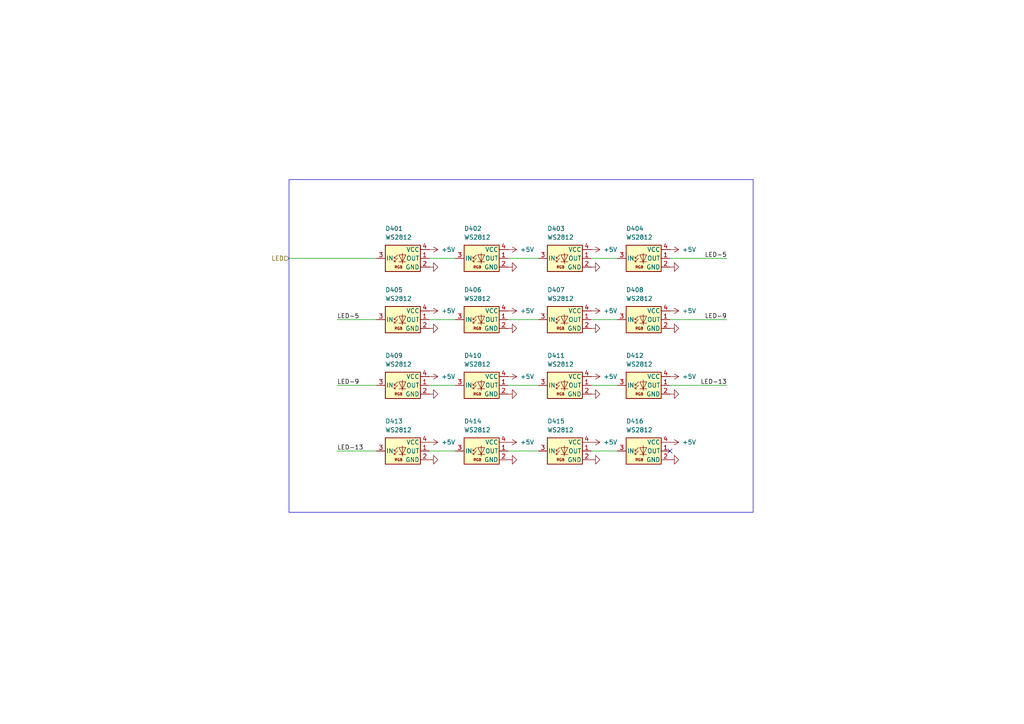
<source format=kicad_sch>
(kicad_sch (version 20250114) (generator "eeschema") (generator_version "9.0")
  (paper "A4")
  (title_block (title "DMX LED") (date "2025-12-17") (rev "1") (company "Versio Duo"))
  (lib_symbols
    (symbol "V2_LED:WS2812" (pin_names (offset 0.254))
      (property "Reference" "D3" (at 0 11.43 0))
      (property "Value" "WS2812" (at 0 8.89 0))
      (symbol "WS2812_0_0"
        (text "RGB" (at -1.27 -1.27 0) (effects (font (size 0.762 0.762))))
      )
      (symbol "WS2812_0_1"
        (rectangle (start -5.08 5.08) (end 5.08 -2.54) (stroke (width 0.254)) (fill (type background)))
        (polyline (pts (xy -2.54 1.27) (xy -2.032 1.27)))
        (polyline (pts (xy -2.54 0.254) (xy -2.032 0.254)))
        (polyline (pts (xy -1.524 2.286) (xy -2.54 1.27) (xy -2.54 1.778)))
        (polyline (pts (xy -1.524 1.27) (xy -2.54 0.254) (xy -2.54 0.762)))
        (polyline (pts (xy -0.127 2.794) (xy -0.127 0.254) (xy -0.127 -0.254)))
        (polyline (pts (xy 0.889 2.286) (xy -1.143 2.286) (xy -0.127 0.254) (xy 0.889 2.286)))
        (polyline (pts (xy 0.889 0.254) (xy -1.143 0.254)))
      )
      (symbol "WS2812_1_1"
        (pin input line (at -7.62 1.27 0) (length 2.54) (name "IN") (number "3"))
        (pin power_in line (at 7.62 3.81 180) (length 2.54) (name "VCC") (number "4"))
        (pin output line (at 7.62 1.27 180) (length 2.54) (name "OUT") (number "1"))
        (pin power_in line (at 7.62 -1.27 180) (length 2.54) (name "GND") (number "2"))
      )
    )
    (symbol "power:+5V" (power) (pin_numbers (hide yes)) (pin_names (offset 0) (hide yes))
      (property "Value" "+5V" (at 0 3.556 0))
      (symbol "+5V_0_1"
        (polyline (pts (xy -0.762 1.27) (xy 0 2.54)))
        (polyline (pts (xy 0 2.54) (xy 0.762 1.27)))
        (polyline (pts (xy 0 0) (xy 0 2.54)))
      )
      (symbol "+5V_1_1"
        (pin power_in line (at 0 0 90) (length 0) (name "~") (number "1"))
      )
    )
    (symbol "power:GND" (power) (pin_numbers (hide yes)) (pin_names (offset 0) (hide yes))
      (property "Value" "GND" (at 0 -3.81 0))
      (symbol "GND_0_1"
        (polyline (pts (xy 0 0) (xy 0 -1.27) (xy 1.27 -1.27) (xy 0 -2.54) (xy -1.27 -1.27) (xy 0 -1.27)))
      )
      (symbol "GND_1_1"
        (pin power_in line (at 0 0 270) (length 0) (name "~") (number "1"))
      )
    )
  )
  (rectangle (start 83.82 52.07) (end 218.44 148.59))
  (no_connect (at 194.31 130.81))
  (wire (pts (xy 147.32 130.81) (xy 156.21 130.81)))
  (wire (pts (xy 171.45 111.76) (xy 179.07 111.76)))
  (wire (pts (xy 171.45 130.81) (xy 179.07 130.81)))
  (wire (pts (xy 124.46 111.76) (xy 132.08 111.76)))
  (wire (pts (xy 124.46 74.93) (xy 132.08 74.93)))
  (wire (pts (xy 147.32 74.93) (xy 156.21 74.93)))
  (wire (pts (xy 97.79 130.81) (xy 109.22 130.81)))
  (wire (pts (xy 171.45 74.93) (xy 179.07 74.93)))
  (wire (pts (xy 147.32 111.76) (xy 156.21 111.76)))
  (wire (pts (xy 147.32 92.71) (xy 156.21 92.71)))
  (wire (pts (xy 124.46 92.71) (xy 132.08 92.71)))
  (wire (pts (xy 124.46 130.81) (xy 132.08 130.81)))
  (wire (pts (xy 83.82 74.93) (xy 109.22 74.93)))
  (wire (pts (xy 97.79 92.71) (xy 109.22 92.71)))
  (wire (pts (xy 194.31 92.71) (xy 210.82 92.71)))
  (wire (pts (xy 194.31 74.93) (xy 210.82 74.93)))
  (wire (pts (xy 194.31 111.76) (xy 210.82 111.76)))
  (wire (pts (xy 171.45 92.71) (xy 179.07 92.71)))
  (wire (pts (xy 97.79 111.76) (xy 109.22 111.76)))
  (label "LED-9" (at 97.79 111.76 0))
  (label "LED-13" (at 210.82 111.76 180))
  (label "LED-5" (at 97.79 92.71 0))
  (label "LED-13" (at 97.79 130.81 0))
  (label "LED-5" (at 210.82 74.93 180))
  (label "LED-9" (at 210.82 92.71 180))
  (hierarchical_label "LED" (shape input) (at 83.82 74.93 180))
  (symbol (lib_id "power:+5V") (at 124.46 109.22 270) (unit 1)
    (property "Reference" "#PWR0417" (effects (hide yes)))
    (property "Value" "+5V" (at 132.08 109.22 90) (effects (justify right)))
  )
  (symbol (lib_id "V2_LED:WS2812") (at 163.83 132.08 0) (unit 1)
    (property "Reference" "D415" (at 161.29 122.174 0))
    (property "Value" "WS2812" (at 162.56 124.714 0))
    (property "Footprint" "V2_LED:WS2812-2020" (effects (hide yes)))
  )
  (symbol (lib_id "power:+5V") (at 124.46 90.17 270) (unit 1)
    (property "Reference" "#PWR0409" (effects (hide yes)))
    (property "Value" "+5V" (at 132.08 90.17 90) (effects (justify right)))
  )
  (symbol (lib_id "power:+5V") (at 147.32 128.27 270) (unit 1)
    (property "Reference" "#PWR0426" (effects (hide yes)))
    (property "Value" "+5V" (at 154.94 128.27 90) (effects (justify right)))
  )
  (symbol (lib_id "V2_LED:WS2812") (at 139.7 132.08 0) (unit 1)
    (property "Reference" "D414" (at 137.16 122.174 0))
    (property "Value" "WS2812" (at 138.43 124.714 0))
    (property "Footprint" "V2_LED:WS2812-2020" (effects (hide yes)))
  )
  (symbol (lib_id "power:GND") (at 147.32 114.3 90) (unit 1)
    (property "Reference" "#PWR0422" (effects (hide yes)))
    (property "Value" "GND" (effects (hide yes)))
  )
  (symbol (lib_id "power:GND") (at 124.46 133.35 90) (unit 1)
    (property "Reference" "#PWR0429" (effects (hide yes)))
    (property "Value" "GND" (effects (hide yes)))
  )
  (symbol (lib_id "V2_LED:WS2812") (at 116.84 76.2 0) (unit 1)
    (property "Reference" "D401" (at 114.3 66.294 0))
    (property "Value" "WS2812" (at 115.57 68.834 0))
    (property "Footprint" "V2_LED:WS2812-2020" (effects (hide yes)))
  )
  (symbol (lib_id "V2_LED:WS2812") (at 139.7 76.2 0) (unit 1)
    (property "Reference" "D402" (at 137.16 66.294 0))
    (property "Value" "WS2812" (at 138.43 68.834 0))
    (property "Footprint" "V2_LED:WS2812-2020" (effects (hide yes)))
  )
  (symbol (lib_id "V2_LED:WS2812") (at 116.84 132.08 0) (unit 1)
    (property "Reference" "D413" (at 114.3 122.174 0))
    (property "Value" "WS2812" (at 115.57 124.714 0))
    (property "Footprint" "V2_LED:WS2812-2020" (effects (hide yes)))
  )
  (symbol (lib_id "V2_LED:WS2812") (at 186.69 93.98 0) (unit 1)
    (property "Reference" "D408" (at 184.15 84.074 0))
    (property "Value" "WS2812" (at 185.42 86.614 0))
    (property "Footprint" "V2_LED:WS2812-2020" (effects (hide yes)))
  )
  (symbol (lib_id "power:+5V") (at 194.31 109.22 270) (unit 1)
    (property "Reference" "#PWR0420" (effects (hide yes)))
    (property "Value" "+5V" (at 201.93 109.22 90) (effects (justify right)))
  )
  (symbol (lib_id "power:GND") (at 194.31 95.25 90) (unit 1)
    (property "Reference" "#PWR0416" (effects (hide yes)))
    (property "Value" "GND" (effects (hide yes)))
  )
  (symbol (lib_id "power:+5V") (at 171.45 90.17 270) (unit 1)
    (property "Reference" "#PWR0411" (effects (hide yes)))
    (property "Value" "+5V" (at 179.07 90.17 90) (effects (justify right)))
  )
  (symbol (lib_id "power:GND") (at 124.46 114.3 90) (unit 1)
    (property "Reference" "#PWR0421" (effects (hide yes)))
    (property "Value" "GND" (effects (hide yes)))
  )
  (symbol (lib_id "power:+5V") (at 171.45 109.22 270) (unit 1)
    (property "Reference" "#PWR0419" (effects (hide yes)))
    (property "Value" "+5V" (at 179.07 109.22 90) (effects (justify right)))
  )
  (symbol (lib_id "power:+5V") (at 124.46 128.27 270) (unit 1)
    (property "Reference" "#PWR0425" (effects (hide yes)))
    (property "Value" "+5V" (at 132.08 128.27 90) (effects (justify right)))
  )
  (symbol (lib_id "V2_LED:WS2812") (at 139.7 93.98 0) (unit 1)
    (property "Reference" "D406" (at 137.16 84.074 0))
    (property "Value" "WS2812" (at 138.43 86.614 0))
    (property "Footprint" "V2_LED:WS2812-2020" (effects (hide yes)))
  )
  (symbol (lib_id "power:+5V") (at 147.32 90.17 270) (unit 1)
    (property "Reference" "#PWR0410" (effects (hide yes)))
    (property "Value" "+5V" (at 154.94 90.17 90) (effects (justify right)))
  )
  (symbol (lib_id "power:GND") (at 147.32 133.35 90) (unit 1)
    (property "Reference" "#PWR0430" (effects (hide yes)))
    (property "Value" "GND" (effects (hide yes)))
  )
  (symbol (lib_id "power:GND") (at 124.46 77.47 90) (unit 1)
    (property "Reference" "#PWR0405" (effects (hide yes)))
    (property "Value" "GND" (effects (hide yes)))
  )
  (symbol (lib_id "power:GND") (at 171.45 77.47 90) (unit 1)
    (property "Reference" "#PWR0407" (effects (hide yes)))
    (property "Value" "GND" (effects (hide yes)))
  )
  (symbol (lib_id "V2_LED:WS2812") (at 186.69 113.03 0) (unit 1)
    (property "Reference" "D412" (at 184.15 103.124 0))
    (property "Value" "WS2812" (at 185.42 105.664 0))
    (property "Footprint" "V2_LED:WS2812-2020" (effects (hide yes)))
  )
  (symbol (lib_id "power:GND") (at 171.45 114.3 90) (unit 1)
    (property "Reference" "#PWR0423" (effects (hide yes)))
    (property "Value" "GND" (effects (hide yes)))
  )
  (symbol (lib_id "power:GND") (at 124.46 95.25 90) (unit 1)
    (property "Reference" "#PWR0413" (effects (hide yes)))
    (property "Value" "GND" (effects (hide yes)))
  )
  (symbol (lib_id "V2_LED:WS2812") (at 139.7 113.03 0) (unit 1)
    (property "Reference" "D410" (at 137.16 103.124 0))
    (property "Value" "WS2812" (at 138.43 105.664 0))
    (property "Footprint" "V2_LED:WS2812-2020" (effects (hide yes)))
  )
  (symbol (lib_id "power:+5V") (at 171.45 72.39 270) (unit 1)
    (property "Reference" "#PWR0403" (effects (hide yes)))
    (property "Value" "+5V" (at 179.07 72.39 90) (effects (justify right)))
  )
  (symbol (lib_id "power:GND") (at 147.32 95.25 90) (unit 1)
    (property "Reference" "#PWR0414" (effects (hide yes)))
    (property "Value" "GND" (effects (hide yes)))
  )
  (symbol (lib_id "power:+5V") (at 194.31 90.17 270) (unit 1)
    (property "Reference" "#PWR0412" (effects (hide yes)))
    (property "Value" "+5V" (at 201.93 90.17 90) (effects (justify right)))
  )
  (symbol (lib_id "power:+5V") (at 147.32 109.22 270) (unit 1)
    (property "Reference" "#PWR0418" (effects (hide yes)))
    (property "Value" "+5V" (at 154.94 109.22 90) (effects (justify right)))
  )
  (symbol (lib_id "V2_LED:WS2812") (at 163.83 113.03 0) (unit 1)
    (property "Reference" "D411" (at 161.29 103.124 0))
    (property "Value" "WS2812" (at 162.56 105.664 0))
    (property "Footprint" "V2_LED:WS2812-2020" (effects (hide yes)))
  )
  (symbol (lib_id "power:GND") (at 171.45 133.35 90) (unit 1)
    (property "Reference" "#PWR0431" (effects (hide yes)))
    (property "Value" "GND" (effects (hide yes)))
  )
  (symbol (lib_id "power:+5V") (at 171.45 128.27 270) (unit 1)
    (property "Reference" "#PWR0427" (effects (hide yes)))
    (property "Value" "+5V" (at 179.07 128.27 90) (effects (justify right)))
  )
  (symbol (lib_id "V2_LED:WS2812") (at 116.84 93.98 0) (unit 1)
    (property "Reference" "D405" (at 114.3 84.074 0))
    (property "Value" "WS2812" (at 115.57 86.614 0))
    (property "Footprint" "V2_LED:WS2812-2020" (effects (hide yes)))
  )
  (symbol (lib_id "power:GND") (at 171.45 95.25 90) (unit 1)
    (property "Reference" "#PWR0415" (effects (hide yes)))
    (property "Value" "GND" (effects (hide yes)))
  )
  (symbol (lib_id "power:+5V") (at 194.31 72.39 270) (unit 1)
    (property "Reference" "#PWR0404" (effects (hide yes)))
    (property "Value" "+5V" (at 201.93 72.39 90) (effects (justify right)))
  )
  (symbol (lib_id "power:+5V") (at 147.32 72.39 270) (unit 1)
    (property "Reference" "#PWR0402" (effects (hide yes)))
    (property "Value" "+5V" (at 154.94 72.39 90) (effects (justify right)))
  )
  (symbol (lib_id "power:GND") (at 194.31 114.3 90) (unit 1)
    (property "Reference" "#PWR0424" (effects (hide yes)))
    (property "Value" "GND" (effects (hide yes)))
  )
  (symbol (lib_id "V2_LED:WS2812") (at 163.83 93.98 0) (unit 1)
    (property "Reference" "D407" (at 161.29 84.074 0))
    (property "Value" "WS2812" (at 162.56 86.614 0))
    (property "Footprint" "V2_LED:WS2812-2020" (effects (hide yes)))
  )
  (symbol (lib_id "power:+5V") (at 194.31 128.27 270) (unit 1)
    (property "Reference" "#PWR0428" (effects (hide yes)))
    (property "Value" "+5V" (at 201.93 128.27 90) (effects (justify right)))
  )
  (symbol (lib_id "V2_LED:WS2812") (at 186.69 132.08 0) (unit 1)
    (property "Reference" "D416" (at 184.15 122.174 0))
    (property "Value" "WS2812" (at 185.42 124.714 0))
    (property "Footprint" "V2_LED:WS2812-2020" (effects (hide yes)))
  )
  (symbol (lib_id "power:GND") (at 194.31 133.35 90) (unit 1)
    (property "Reference" "#PWR0432" (effects (hide yes)))
    (property "Value" "GND" (effects (hide yes)))
  )
  (symbol (lib_id "V2_LED:WS2812") (at 163.83 76.2 0) (unit 1)
    (property "Reference" "D403" (at 161.29 66.294 0))
    (property "Value" "WS2812" (at 162.56 68.834 0))
    (property "Footprint" "V2_LED:WS2812-2020" (effects (hide yes)))
  )
  (symbol (lib_id "power:GND") (at 147.32 77.47 90) (unit 1)
    (property "Reference" "#PWR0406" (effects (hide yes)))
    (property "Value" "GND" (effects (hide yes)))
  )
  (symbol (lib_id "V2_LED:WS2812") (at 186.69 76.2 0) (unit 1)
    (property "Reference" "D404" (at 184.15 66.294 0))
    (property "Value" "WS2812" (at 185.42 68.834 0))
    (property "Footprint" "V2_LED:WS2812-2020" (effects (hide yes)))
  )
  (symbol (lib_id "V2_LED:WS2812") (at 116.84 113.03 0) (unit 1)
    (property "Reference" "D409" (at 114.3 103.124 0))
    (property "Value" "WS2812" (at 115.57 105.664 0))
    (property "Footprint" "V2_LED:WS2812-2020" (effects (hide yes)))
  )
  (symbol (lib_id "power:GND") (at 194.31 77.47 90) (unit 1)
    (property "Reference" "#PWR0408" (effects (hide yes)))
    (property "Value" "GND" (effects (hide yes)))
  )
  (symbol (lib_id "power:+5V") (at 124.46 72.39 270) (unit 1)
    (property "Reference" "#PWR0401" (effects (hide yes)))
    (property "Value" "+5V" (at 132.08 72.39 90) (effects (justify right)))
  )
)
</source>
